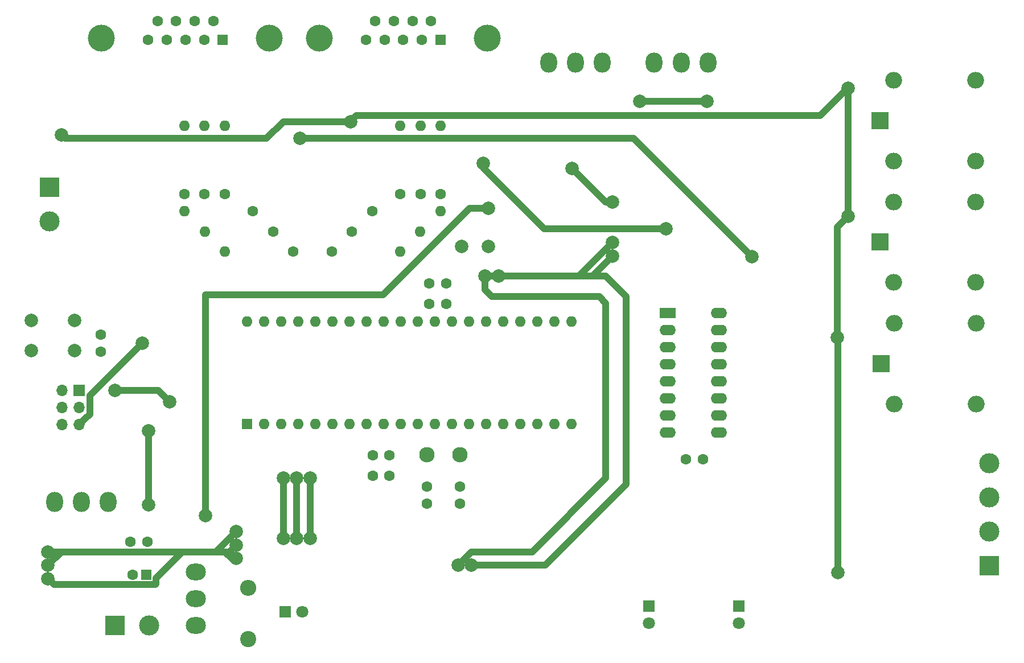
<source format=gbr>
G04 #@! TF.GenerationSoftware,KiCad,Pcbnew,(5.1.2)-2*
G04 #@! TF.CreationDate,2020-06-20T22:42:11+05:30*
G04 #@! TF.ProjectId,motor controller v-4,6d6f746f-7220-4636-9f6e-74726f6c6c65,rev?*
G04 #@! TF.SameCoordinates,Original*
G04 #@! TF.FileFunction,Copper,L1,Top*
G04 #@! TF.FilePolarity,Positive*
%FSLAX46Y46*%
G04 Gerber Fmt 4.6, Leading zero omitted, Abs format (unit mm)*
G04 Created by KiCad (PCBNEW (5.1.2)-2) date 2020-06-20 22:42:11*
%MOMM*%
%LPD*%
G04 APERTURE LIST*
%ADD10C,1.600000*%
%ADD11O,2.500000X3.000000*%
%ADD12O,3.000000X2.500000*%
%ADD13R,1.600000X1.600000*%
%ADD14C,2.000000*%
%ADD15O,1.600000X1.600000*%
%ADD16C,2.300000*%
%ADD17O,2.400000X1.600000*%
%ADD18R,2.400000X1.600000*%
%ADD19C,2.400000*%
%ADD20O,2.400000X2.400000*%
%ADD21R,2.500000X2.500000*%
%ADD22O,2.500000X2.500000*%
%ADD23R,1.700000X1.700000*%
%ADD24O,1.700000X1.700000*%
%ADD25C,3.000000*%
%ADD26R,3.000000X3.000000*%
%ADD27C,4.000000*%
%ADD28R,1.800000X1.800000*%
%ADD29C,1.800000*%
%ADD30C,1.000000*%
G04 APERTURE END LIST*
D10*
X124920000Y-95280000D03*
X127420000Y-95280000D03*
X89210000Y-72160000D03*
X86710000Y-72160000D03*
X89220000Y-69120000D03*
X86720000Y-69120000D03*
X86360000Y-101830000D03*
X86360000Y-99330000D03*
X91260000Y-101830000D03*
X91260000Y-99330000D03*
X78290000Y-94610000D03*
X80790000Y-94610000D03*
X37900000Y-76700000D03*
X37900000Y-79200000D03*
X78290000Y-97670000D03*
X80790000Y-97670000D03*
X42290000Y-107480000D03*
X44790000Y-107480000D03*
D11*
X31000000Y-101600000D03*
X35000000Y-101600000D03*
X39000000Y-101600000D03*
X104470000Y-36240000D03*
X108470000Y-36240000D03*
X112470000Y-36240000D03*
X120190000Y-36240000D03*
X124190000Y-36240000D03*
X128190000Y-36240000D03*
D12*
X52000000Y-111990000D03*
X52000000Y-115990000D03*
X52000000Y-119990000D03*
D10*
X42600000Y-112400000D03*
D13*
X44600000Y-112400000D03*
D14*
X34000000Y-74600000D03*
X34000000Y-79100000D03*
X27500000Y-74600000D03*
X27500000Y-79100000D03*
D15*
X88380000Y-58340000D03*
D10*
X78220000Y-58340000D03*
D15*
X85380000Y-61340000D03*
D10*
X75220000Y-61340000D03*
D15*
X82380000Y-64340000D03*
D10*
X72220000Y-64340000D03*
D15*
X82400000Y-45640000D03*
D10*
X82400000Y-55800000D03*
D15*
X85400000Y-45640000D03*
D10*
X85400000Y-55800000D03*
D15*
X88400000Y-45640000D03*
D10*
X88400000Y-55800000D03*
D15*
X56280000Y-64340000D03*
D10*
X66440000Y-64340000D03*
D15*
X53320000Y-61340000D03*
D10*
X63480000Y-61340000D03*
D15*
X50280000Y-58340000D03*
D10*
X60440000Y-58340000D03*
D15*
X50300000Y-45640000D03*
D10*
X50300000Y-55800000D03*
D15*
X53300000Y-45640000D03*
D10*
X53300000Y-55800000D03*
D15*
X56300000Y-45640000D03*
D10*
X56300000Y-55800000D03*
D16*
X86400000Y-94600000D03*
X91300000Y-94600000D03*
D17*
X129800000Y-73520000D03*
X122180000Y-91300000D03*
X129800000Y-76060000D03*
X122180000Y-88760000D03*
X129800000Y-78600000D03*
X122180000Y-86220000D03*
X129800000Y-81140000D03*
X122180000Y-83680000D03*
X129800000Y-83680000D03*
X122180000Y-81140000D03*
X129800000Y-86220000D03*
X122180000Y-78600000D03*
X129800000Y-88760000D03*
X122180000Y-76060000D03*
X129800000Y-91300000D03*
D18*
X122180000Y-73520000D03*
D13*
X59600000Y-90000000D03*
D15*
X107860000Y-74760000D03*
X62140000Y-90000000D03*
X105320000Y-74760000D03*
X64680000Y-90000000D03*
X102780000Y-74760000D03*
X67220000Y-90000000D03*
X100240000Y-74760000D03*
X69760000Y-90000000D03*
X97700000Y-74760000D03*
X72300000Y-90000000D03*
X95160000Y-74760000D03*
X74840000Y-90000000D03*
X92620000Y-74760000D03*
X77380000Y-90000000D03*
X90080000Y-74760000D03*
X79920000Y-90000000D03*
X87540000Y-74760000D03*
X82460000Y-90000000D03*
X85000000Y-74760000D03*
X85000000Y-90000000D03*
X82460000Y-74760000D03*
X87540000Y-90000000D03*
X79920000Y-74760000D03*
X90080000Y-90000000D03*
X77380000Y-74760000D03*
X92620000Y-90000000D03*
X74840000Y-74760000D03*
X95160000Y-90000000D03*
X72300000Y-74760000D03*
X97700000Y-90000000D03*
X69760000Y-74760000D03*
X100240000Y-90000000D03*
X67220000Y-74760000D03*
X102780000Y-90000000D03*
X64680000Y-74760000D03*
X105320000Y-90000000D03*
X62140000Y-74760000D03*
X107860000Y-90000000D03*
X59600000Y-74760000D03*
D19*
X59800000Y-122000000D03*
D20*
X59800000Y-114380000D03*
D14*
X95520000Y-63540000D03*
X91520000Y-63540000D03*
D21*
X153765000Y-44879775D03*
D22*
X155765000Y-50879775D03*
X167965000Y-50879775D03*
X167965000Y-38879775D03*
X155765000Y-38879775D03*
D21*
X153765000Y-62929775D03*
D22*
X155765000Y-68929775D03*
X167965000Y-68929775D03*
X167965000Y-56929775D03*
X155765000Y-56929775D03*
D21*
X153900000Y-81000000D03*
D22*
X155900000Y-87000000D03*
X168100000Y-87000000D03*
X168100000Y-75000000D03*
X155900000Y-75000000D03*
D23*
X34670000Y-85020000D03*
D24*
X32130000Y-85020000D03*
X34670000Y-87560000D03*
X32130000Y-87560000D03*
X34670000Y-90100000D03*
X32130000Y-90100000D03*
D25*
X170050000Y-106020000D03*
X170050000Y-100940000D03*
D26*
X170050000Y-111100000D03*
D25*
X170050000Y-95860000D03*
D26*
X30200000Y-54800000D03*
D25*
X30200000Y-59880000D03*
D13*
X88390000Y-32850000D03*
D10*
X85620000Y-32850000D03*
X82850000Y-32850000D03*
X80080000Y-32850000D03*
X77310000Y-32850000D03*
X87005000Y-30010000D03*
X84235000Y-30010000D03*
X81465000Y-30010000D03*
X78695000Y-30010000D03*
D27*
X95350000Y-32550000D03*
X70350000Y-32550000D03*
D13*
X56000000Y-32850000D03*
D10*
X53230000Y-32850000D03*
X50460000Y-32850000D03*
X47690000Y-32850000D03*
X44920000Y-32850000D03*
X54615000Y-30010000D03*
X51845000Y-30010000D03*
X49075000Y-30010000D03*
X46305000Y-30010000D03*
D27*
X62960000Y-32550000D03*
X37960000Y-32550000D03*
D25*
X45080000Y-120000000D03*
D26*
X40000000Y-120000000D03*
D28*
X65300000Y-117900000D03*
D29*
X67840000Y-117900000D03*
D28*
X119400000Y-117100000D03*
D29*
X119400000Y-119640000D03*
D28*
X132800000Y-117100000D03*
D29*
X132800000Y-119640000D03*
D14*
X65000000Y-98000000D03*
X67000000Y-98000000D03*
X69000000Y-98000000D03*
X65000000Y-107000000D03*
X67000000Y-107000000D03*
X69000000Y-107000000D03*
X45000000Y-91000000D03*
X45000000Y-102000000D03*
X30000000Y-109000000D03*
X30000000Y-111000000D03*
X30000000Y-113000000D03*
X58000000Y-106000000D03*
X58000000Y-108000000D03*
X58000000Y-110000000D03*
X93000000Y-111000000D03*
X118000000Y-42000000D03*
X128000000Y-42000000D03*
X114000000Y-63000000D03*
X114000000Y-65000000D03*
X97000000Y-68000000D03*
X95000000Y-68000000D03*
X108000000Y-52000000D03*
X114000000Y-57000000D03*
X91000000Y-111000000D03*
X147540000Y-112080000D03*
X147390000Y-77130000D03*
X149000000Y-40000000D03*
X149000001Y-59080001D03*
X75000000Y-45000000D03*
X32000000Y-47000000D03*
X53410000Y-103620000D03*
X95530000Y-57880000D03*
X44000000Y-78000000D03*
X67480000Y-47480000D03*
X134720000Y-65110000D03*
X94720000Y-51190000D03*
X121960000Y-60990000D03*
X48070000Y-86670000D03*
X40000004Y-85000000D03*
D30*
X65000000Y-98000000D02*
X65000000Y-107000000D01*
X67000000Y-98000000D02*
X67000000Y-107000000D01*
X69000000Y-98000000D02*
X69000000Y-107000000D01*
X45000000Y-91000000D02*
X45000000Y-102000000D01*
X55000000Y-109000000D02*
X58000000Y-106000000D01*
X30000000Y-109000000D02*
X55000000Y-109000000D01*
X104000000Y-111000000D02*
X93000000Y-111000000D01*
X116000000Y-99000000D02*
X104000000Y-111000000D01*
X116000000Y-71000000D02*
X116000000Y-99000000D01*
X113000000Y-68000000D02*
X116000000Y-71000000D01*
X97000000Y-68000000D02*
X113000000Y-68000000D01*
X111000000Y-68000000D02*
X114000000Y-65000000D01*
X95000000Y-68000000D02*
X111000000Y-68000000D01*
X109000000Y-68000000D02*
X114000000Y-63000000D01*
X97000000Y-68000000D02*
X109000000Y-68000000D01*
X118000000Y-42000000D02*
X128000000Y-42000000D01*
X113000000Y-57000000D02*
X108000000Y-52000000D01*
X114000000Y-57000000D02*
X113000000Y-57000000D01*
X95000000Y-68000000D02*
X95000000Y-70000000D01*
X95000000Y-70000000D02*
X96000000Y-71000000D01*
X96000000Y-71000000D02*
X112000000Y-71000000D01*
X112000000Y-71000000D02*
X113000000Y-72000000D01*
X113000000Y-72000000D02*
X113000000Y-98000000D01*
X113000000Y-98000000D02*
X102000000Y-109000000D01*
X102000000Y-109000000D02*
X93000000Y-109000000D01*
X93000000Y-109000000D02*
X91499999Y-110500001D01*
X96000000Y-71000000D02*
X106320002Y-71000000D01*
X57500001Y-108499999D02*
X58000000Y-108000000D01*
X57000000Y-109000000D02*
X57500001Y-108499999D01*
X30000000Y-111000000D02*
X32000000Y-109000000D01*
X32000000Y-109000000D02*
X57000000Y-109000000D01*
X57292894Y-110000000D02*
X58000000Y-110000000D01*
X56292894Y-109000000D02*
X57292894Y-110000000D01*
X30900001Y-113900001D02*
X45960001Y-113900001D01*
X30000000Y-113000000D02*
X30900001Y-113900001D01*
X45960001Y-113900001D02*
X46100001Y-113760001D01*
X46100001Y-113760001D02*
X46100001Y-112899999D01*
X46100001Y-112899999D02*
X50000000Y-109000000D01*
X50000000Y-109000000D02*
X56292894Y-109000000D01*
X147540000Y-77280000D02*
X147390000Y-77130000D01*
X147540000Y-112080000D02*
X147540000Y-77280000D01*
X147390000Y-77130000D02*
X147390000Y-60690002D01*
X149000001Y-58372895D02*
X149000001Y-59080001D01*
X149000000Y-40000000D02*
X149000001Y-40707107D01*
X148500002Y-59580000D02*
X149000001Y-59080001D01*
X148500001Y-40499999D02*
X149000000Y-40000000D01*
X75860001Y-44139999D02*
X144860001Y-44139999D01*
X75000000Y-45000000D02*
X75860001Y-44139999D01*
X32499999Y-47499999D02*
X62500001Y-47499999D01*
X32000000Y-47000000D02*
X32499999Y-47499999D01*
X65000000Y-45000000D02*
X75000000Y-45000000D01*
X62500001Y-47499999D02*
X65000000Y-45000000D01*
X144860001Y-44139999D02*
X148500001Y-40499999D01*
X147390000Y-60690002D02*
X148500002Y-59580000D01*
X149000001Y-40707107D02*
X149000001Y-58372895D01*
X92750000Y-57880000D02*
X95530000Y-57880000D01*
X79860000Y-70770000D02*
X92750000Y-57880000D01*
X53410000Y-103620000D02*
X53410000Y-70770000D01*
X53410000Y-70770000D02*
X79860000Y-70770000D01*
X35519999Y-89250001D02*
X34670000Y-90100000D01*
X36220001Y-88549999D02*
X35519999Y-89250001D01*
X36220001Y-85779999D02*
X36220001Y-88549999D01*
X44000000Y-78000000D02*
X36220001Y-85779999D01*
X134220001Y-64610001D02*
X134720000Y-65110000D01*
X67480000Y-47480000D02*
X117090000Y-47480000D01*
X117090000Y-47480000D02*
X134220001Y-64610001D01*
X103812894Y-60990000D02*
X121960000Y-60990000D01*
X94720000Y-51190000D02*
X94720000Y-51897106D01*
X94720000Y-51897106D02*
X103812894Y-60990000D01*
X48070000Y-86670000D02*
X46400000Y-85000000D01*
X40707110Y-85000000D02*
X40000004Y-85000000D01*
X46400000Y-85000000D02*
X40707110Y-85000000D01*
M02*

</source>
